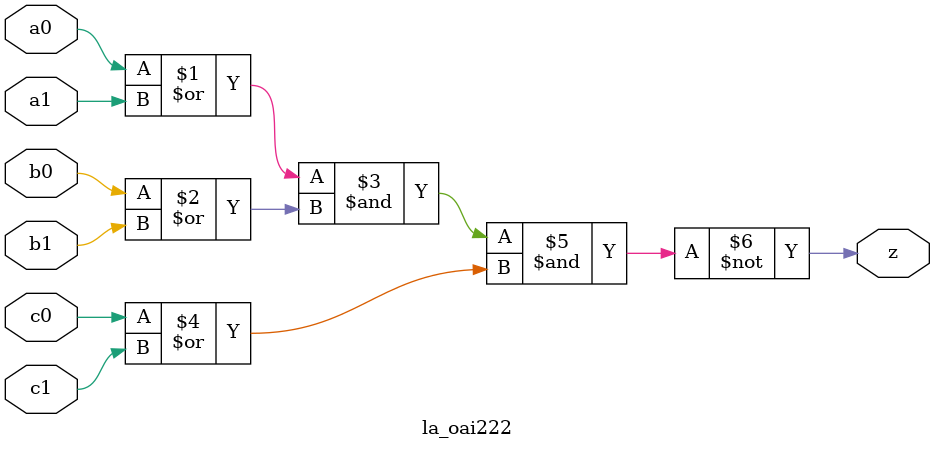
<source format=v>
module la_oai222(	// file.cleaned.mlir:2:3
  input  a0,	// file.cleaned.mlir:2:27
         a1,	// file.cleaned.mlir:2:40
         b0,	// file.cleaned.mlir:2:53
         b1,	// file.cleaned.mlir:2:66
         c0,	// file.cleaned.mlir:2:79
         c1,	// file.cleaned.mlir:2:92
  output z	// file.cleaned.mlir:2:106
);

  assign z = ~((a0 | a1) & (b0 | b1) & (c0 | c1));	// file.cleaned.mlir:4:10, :5:10, :6:10, :7:10, :8:10, :9:5
endmodule


</source>
